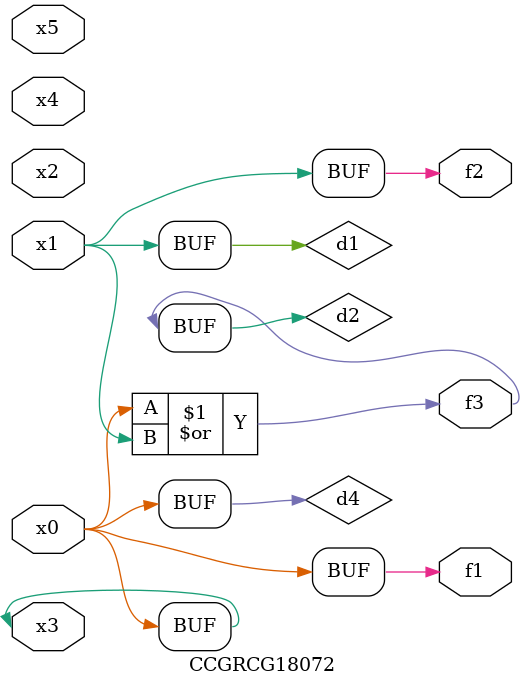
<source format=v>
module CCGRCG18072(
	input x0, x1, x2, x3, x4, x5,
	output f1, f2, f3
);

	wire d1, d2, d3, d4;

	and (d1, x1);
	or (d2, x0, x1);
	nand (d3, x0, x5);
	buf (d4, x0, x3);
	assign f1 = d4;
	assign f2 = d1;
	assign f3 = d2;
endmodule

</source>
